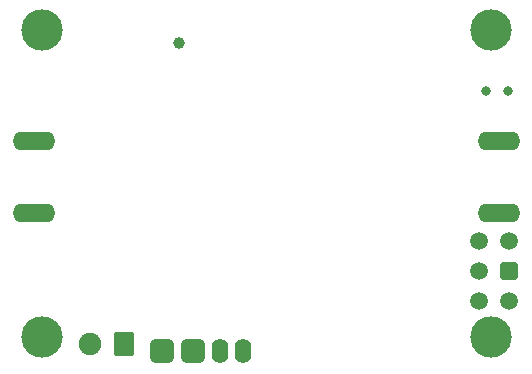
<source format=gbs>
G04*
G04 #@! TF.GenerationSoftware,Altium Limited,Altium Designer,20.1.8 (145)*
G04*
G04 Layer_Color=16711935*
%FSAX44Y44*%
%MOMM*%
G71*
G04*
G04 #@! TF.SameCoordinates,4BD3250C-79EC-4D4E-AA4E-9321392E63C2*
G04*
G04*
G04 #@! TF.FilePolarity,Negative*
G04*
G01*
G75*
%ADD37C,1.0000*%
%ADD52O,3.6000X1.6000*%
%ADD53C,0.8000*%
%ADD54C,3.5000*%
G04:AMPARAMS|DCode=55|XSize=1.4mm|YSize=2.1mm|CornerRadius=0.7mm|HoleSize=0mm|Usage=FLASHONLY|Rotation=0.000|XOffset=0mm|YOffset=0mm|HoleType=Round|Shape=RoundedRectangle|*
%AMROUNDEDRECTD55*
21,1,1.4000,0.7000,0,0,0.0*
21,1,0.0000,2.1000,0,0,0.0*
1,1,1.4000,0.0000,-0.3500*
1,1,1.4000,0.0000,-0.3500*
1,1,1.4000,0.0000,0.3500*
1,1,1.4000,0.0000,0.3500*
%
%ADD55ROUNDEDRECTD55*%
G04:AMPARAMS|DCode=56|XSize=2.1mm|YSize=2.1mm|CornerRadius=0.55mm|HoleSize=0mm|Usage=FLASHONLY|Rotation=0.000|XOffset=0mm|YOffset=0mm|HoleType=Round|Shape=RoundedRectangle|*
%AMROUNDEDRECTD56*
21,1,2.1000,1.0000,0,0,0.0*
21,1,1.0000,2.1000,0,0,0.0*
1,1,1.1000,0.5000,-0.5000*
1,1,1.1000,-0.5000,-0.5000*
1,1,1.1000,-0.5000,0.5000*
1,1,1.1000,0.5000,0.5000*
%
%ADD56ROUNDEDRECTD56*%
G04:AMPARAMS|DCode=57|XSize=1.7mm|YSize=2.1mm|CornerRadius=0.21mm|HoleSize=0mm|Usage=FLASHONLY|Rotation=0.000|XOffset=0mm|YOffset=0mm|HoleType=Round|Shape=RoundedRectangle|*
%AMROUNDEDRECTD57*
21,1,1.7000,1.6800,0,0,0.0*
21,1,1.2800,2.1000,0,0,0.0*
1,1,0.4200,0.6400,-0.8400*
1,1,0.4200,-0.6400,-0.8400*
1,1,0.4200,-0.6400,0.8400*
1,1,0.4200,0.6400,0.8400*
%
%ADD57ROUNDEDRECTD57*%
%ADD58C,1.9000*%
%ADD59C,1.5000*%
G04:AMPARAMS|DCode=60|XSize=1.5mm|YSize=1.5mm|CornerRadius=0.15mm|HoleSize=0mm|Usage=FLASHONLY|Rotation=180.000|XOffset=0mm|YOffset=0mm|HoleType=Round|Shape=RoundedRectangle|*
%AMROUNDEDRECTD60*
21,1,1.5000,1.2000,0,0,180.0*
21,1,1.2000,1.5000,0,0,180.0*
1,1,0.3000,-0.6000,0.6000*
1,1,0.3000,0.6000,0.6000*
1,1,0.3000,0.6000,-0.6000*
1,1,0.3000,-0.6000,-0.6000*
%
%ADD60ROUNDEDRECTD60*%
%ADD70C,0.6700*%
D37*
X00145760Y00278646D02*
D03*
D52*
X00023250Y00195502D02*
D03*
Y00134504D02*
D03*
X00416750Y00195502D02*
D03*
Y00134504D02*
D03*
D53*
X00424384Y00238000D02*
D03*
X00406384D02*
D03*
D54*
X00410000Y00290000D02*
D03*
Y00030000D02*
D03*
X00030000D02*
D03*
Y00290000D02*
D03*
D55*
X00200640Y00017750D02*
D03*
X00180524D02*
D03*
D56*
X00157968D02*
D03*
X00132060Y00018004D02*
D03*
D57*
X00099092Y00023592D02*
D03*
D58*
X00070592D02*
D03*
D59*
X00425066Y00111232D02*
D03*
Y00060432D02*
D03*
X00399666D02*
D03*
Y00085832D02*
D03*
Y00111232D02*
D03*
D60*
X00425066Y00085832D02*
D03*
D70*
X00145760Y00278646D02*
D03*
M02*

</source>
